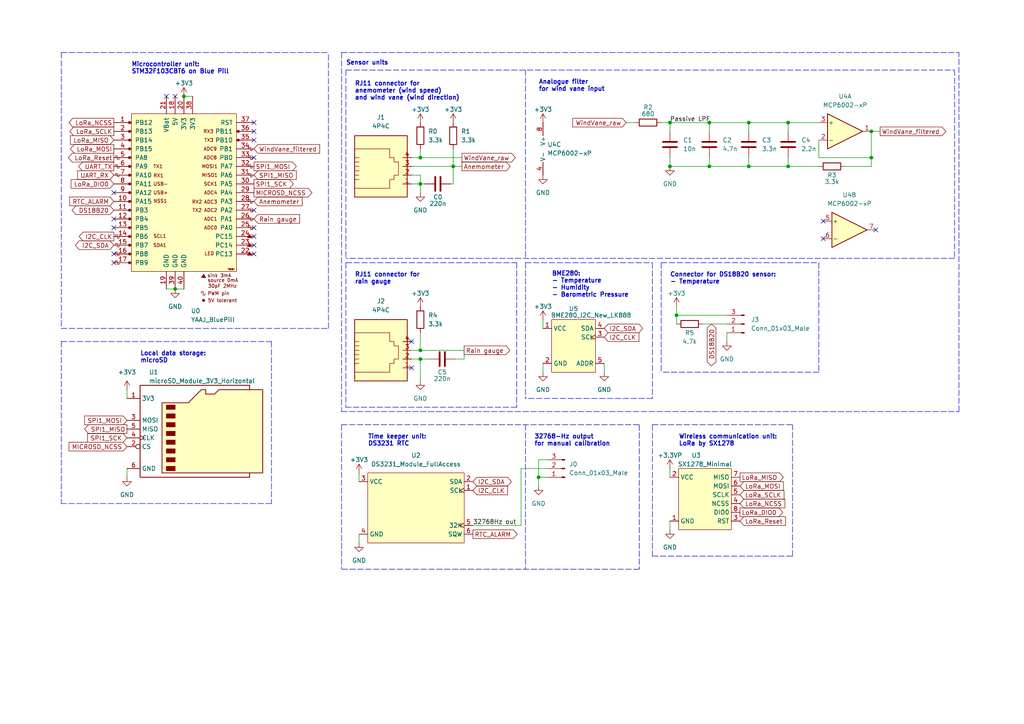
<source format=kicad_sch>
(kicad_sch (version 20211123) (generator eeschema)
  (paper "A4")
  (lib_symbols
    (symbol "Amplifier_Operational:MCP6002-xP" (pin_names (offset 0.127))
      (property "Reference" "U" (at 0 5.08 0))
      (property "Value" "MCP6002-xP" (at 0 -5.08 0))
      (symbol "MCP6002-xP_1_1"
        (polyline (pts (xy -5.08 5.08) (xy 5.08 0) (xy -5.08 -5.08) (xy -5.08 5.08)) (stroke (width 0.254)) (fill (type background)))
        (pin output line (at 7.62 0 180) (length 2.54) (name "~") (number "1"))
        (pin input line (at -7.62 -2.54 0) (length 2.54) (name "-") (number "2"))
        (pin input line (at -7.62 2.54 0) (length 2.54) (name "+") (number "3"))
      )
      (symbol "MCP6002-xP_2_1"
        (polyline (pts (xy -5.08 5.08) (xy 5.08 0) (xy -5.08 -5.08) (xy -5.08 5.08)) (stroke (width 0.254)) (fill (type background)))
        (pin input line (at -7.62 2.54 0) (length 2.54) (name "+") (number "5"))
        (pin input line (at -7.62 -2.54 0) (length 2.54) (name "-") (number "6"))
        (pin output line (at 7.62 0 180) (length 2.54) (name "~") (number "7"))
      )
      (symbol "MCP6002-xP_3_1"
        (pin power_in line (at -2.54 -7.62 90) (length 3.81) (name "V-") (number "4"))
        (pin power_in line (at -2.54 7.62 270) (length 3.81) (name "V+") (number "8"))
      )
    )
    (symbol "BME280_Module:BME280_I2C_New_LK888"
      (property "Reference" "U" (at 0 1.27 0))
      (property "Value" "BME280_I2C_New_LK888" (at 0 -1.27 0))
      (symbol "BME280_I2C_New_LK888_0_1"
        (rectangle (start -6.35 7.62) (end 6.35 -7.62) (fill (type background)))
      )
      (symbol "BME280_I2C_New_LK888_1_1"
        (pin power_in line (at -8.89 5.08 0) (length 2.54) (name "VCC") (number "1"))
        (pin power_in line (at -8.89 -5.08 0) (length 2.54) (name "GND") (number "2"))
        (pin input clock (at 8.89 2.54 180) (length 2.54) (name "SCL") (number "3"))
        (pin bidirectional line (at 8.89 5.08 180) (length 2.54) (name "SDA") (number "4"))
        (pin passive line (at 8.89 -5.08 180) (length 2.54) (name "ADDR") (number "5"))
      )
    )
    (symbol "Connector:Conn_01x03_Male" (pin_names (offset 1.016) hide)
      (property "Reference" "J" (at 0 5.08 0))
      (property "Value" "Conn_01x03_Male" (at 0 -5.08 0))
      (symbol "Conn_01x03_Male_1_1"
        (polyline (pts (xy 1.27 -2.54) (xy 0.8636 -2.54)) (stroke (width 0.1524)))
        (polyline (pts (xy 1.27 0) (xy 0.8636 0)) (stroke (width 0.1524)))
        (polyline (pts (xy 1.27 2.54) (xy 0.8636 2.54)) (stroke (width 0.1524)))
        (rectangle (start 0.8636 -2.413) (end 0 -2.667) (stroke (width 0.1524)) (fill (type outline)))
        (rectangle (start 0.8636 0.127) (end 0 -0.127) (stroke (width 0.1524)) (fill (type outline)))
        (rectangle (start 0.8636 2.667) (end 0 2.413) (stroke (width 0.1524)) (fill (type outline)))
        (pin passive line (at 5.08 2.54 180) (length 3.81) (name "Pin_1") (number "1"))
        (pin passive line (at 5.08 0 180) (length 3.81) (name "Pin_2") (number "2"))
        (pin passive line (at 5.08 -2.54 180) (length 3.81) (name "Pin_3") (number "3"))
      )
    )
    (symbol "DS3231_Module:DS3231_Module_FullAccess"
      (property "Reference" "U" (at 0 1.27 0))
      (property "Value" "DS3231_Module_FullAccess" (at 0 -1.27 0))
      (symbol "DS3231_Module_FullAccess_0_1"
        (rectangle (start -13.97 8.89) (end 13.97 -11.43) (fill (type background)))
      )
      (symbol "DS3231_Module_FullAccess_1_1"
        (pin bidirectional clock (at 16.51 3.81 180) (length 2.54) (name "SCL") (number "1"))
        (pin bidirectional line (at 16.51 6.35 180) (length 2.54) (name "SDA") (number "2"))
        (pin power_in line (at -16.51 6.35 0) (length 2.54) (name "VCC") (number "3"))
        (pin power_in line (at -16.51 -8.89 0) (length 2.54) (name "GND") (number "4"))
        (pin output clock (at 16.51 -6.35 180) (length 2.54) (name "32K") (number "5"))
        (pin output line (at 16.51 -8.89 180) (length 2.54) (name "SQW") (number "6"))
      )
    )
    (symbol "Device:C" (pin_numbers hide) (pin_names (offset 0.254))
      (property "Reference" "C" (at 0.635 2.54 0))
      (property "Value" "C" (at 0.635 -2.54 0))
      (symbol "C_0_1"
        (polyline (pts (xy -2.032 -0.762) (xy 2.032 -0.762)) (stroke (width 0.508)))
        (polyline (pts (xy -2.032 0.762) (xy 2.032 0.762)) (stroke (width 0.508)))
      )
      (symbol "C_1_1"
        (pin passive line (at 0 3.81 270) (length 2.794) (name "~") (number "1"))
        (pin passive line (at 0 -3.81 90) (length 2.794) (name "~") (number "2"))
      )
    )
    (symbol "Device:R" (pin_numbers hide) (pin_names (offset 0))
      (property "Reference" "R" (at 2.032 0 90))
      (property "Value" "R" (at 0 0 90))
      (symbol "R_0_1"
        (rectangle (start -1.016 -2.54) (end 1.016 2.54) (stroke (width 0.254)))
      )
      (symbol "R_1_1"
        (pin passive line (at 0 3.81 270) (length 1.27) (name "~") (number "1"))
        (pin passive line (at 0 -3.81 90) (length 1.27) (name "~") (number "2"))
      )
    )
    (symbol "KiCAD_STM32_BluePill:YAAJ_BluePill" (pin_names (offset 1.016))
      (property "Reference" "U" (at -13.97 24.13 0))
      (property "Value" "YAAJ_BluePill" (at 0 6.35 90))
      (symbol "YAAJ_BluePill_0_0"
        (circle (center -15.748 -20.32) (radius 0.3556) (fill (type outline)))
        (circle (center -15.748 -17.78) (radius 0.3556) (fill (type outline)))
        (circle (center -15.748 -15.24) (radius 0.3556) (fill (type outline)))
        (circle (center -15.748 -12.7) (radius 0.3556) (fill (type outline)))
        (circle (center -15.748 -10.16) (radius 0.3556) (fill (type outline)))
        (circle (center -15.748 -7.62) (radius 0.3556) (fill (type outline)))
        (circle (center -15.748 -5.08) (radius 0.3556) (fill (type outline)))
        (circle (center -15.748 -2.54) (radius 0.3556) (fill (type outline)))
        (circle (center -15.748 0) (radius 0.3556) (fill (type outline)))
        (circle (center -15.748 2.54) (radius 0.3556) (fill (type outline)))
        (circle (center -15.748 5.08) (radius 0.3556) (fill (type outline)))
        (circle (center -15.748 7.62) (radius 0.3556) (fill (type outline)))
        (circle (center -15.748 10.16) (radius 0.3556) (fill (type outline)))
        (circle (center -15.748 12.7) (radius 0.3556) (fill (type outline)))
        (circle (center -15.748 15.24) (radius 0.3556) (fill (type outline)))
        (circle (center -15.748 20.32) (radius 0.3556) (fill (type outline)))
        (polyline (pts (xy 5.08 -24.638) (xy 5.715 -23.622) (xy 6.35 -24.638) (xy 5.08 -24.638) (xy 5.715 -23.749) (xy 6.223 -24.638) (xy 5.207 -24.511) (xy 5.715 -23.876) (xy 6.096 -24.638) (xy 5.334 -24.384) (xy 5.842 -24.003) (xy 5.969 -24.638) (xy 5.461 -24.257) (xy 5.969 -24.13) (xy 5.842 -24.511) (xy 5.588 -24.257) (xy 5.842 -24.384) (xy 5.715 -24.13)))
        (polyline (pts (xy 18.415 -18.161) (xy 19.05 -17.145) (xy 19.685 -18.161) (xy 18.415 -18.161) (xy 19.05 -17.272) (xy 19.558 -18.161) (xy 18.542 -18.034) (xy 19.05 -17.399) (xy 19.431 -18.161) (xy 18.669 -17.907) (xy 19.177 -17.526) (xy 19.304 -18.161) (xy 18.796 -17.78) (xy 19.304 -17.653) (xy 19.177 -18.034) (xy 18.923 -17.78) (xy 19.177 -17.907) (xy 19.05 -17.653)))
        (polyline (pts (xy 18.415 -15.621) (xy 19.05 -14.605) (xy 19.685 -15.621) (xy 18.415 -15.621) (xy 19.05 -14.732) (xy 19.558 -15.621) (xy 18.542 -15.494) (xy 19.05 -14.859) (xy 19.431 -15.621) (xy 18.669 -15.367) (xy 19.177 -14.986) (xy 19.304 -15.621) (xy 18.796 -15.24) (xy 19.304 -15.113) (xy 19.177 -15.494) (xy 18.923 -15.24) (xy 19.177 -15.367) (xy 19.05 -15.113)))
        (polyline (pts (xy 18.415 -13.081) (xy 19.05 -12.065) (xy 19.685 -13.081) (xy 18.415 -13.081) (xy 19.05 -12.192) (xy 19.558 -13.081) (xy 18.542 -12.954) (xy 19.05 -12.319) (xy 19.431 -13.081) (xy 18.669 -12.827) (xy 19.177 -12.446) (xy 19.304 -13.081) (xy 18.796 -12.7) (xy 19.304 -12.573) (xy 19.177 -12.954) (xy 18.923 -12.7) (xy 19.177 -12.827) (xy 19.05 -12.573)))
        (circle (center 5.715 -31.242) (radius 0.127) (fill (type outline)))
        (circle (center 5.715 -31.242) (radius 0.254))
        (circle (center 5.715 -31.242) (radius 0.3556))
        (circle (center 15.748 15.24) (radius 0.254) (fill (type outline)))
        (circle (center 15.748 15.24) (radius 0.3556))
        (circle (center 15.748 17.78) (radius 0.254) (fill (type outline)))
        (circle (center 15.748 17.78) (radius 0.3556))
        (text "30pF 2MHz" (at 11.176 -27.051 0) (effects (font (size 0.9906 0.9906))))
        (text "5V tolerant" (at 11.176 -31.242 0) (effects (font (size 0.9906 0.9906))))
        (text "ADC0" (at 7.747 -10.16 0) (effects (font (size 0.9906 0.9906))))
        (text "ADC1" (at 7.747 -7.62 0) (effects (font (size 0.9906 0.9906))))
        (text "ADC2" (at 7.747 -5.08 0) (effects (font (size 0.9906 0.9906))))
        (text "ADC3" (at 7.747 -2.667 0) (effects (font (size 0.9906 0.9906))))
        (text "ADC4" (at 7.747 0 0) (effects (font (size 0.9906 0.9906))))
        (text "ADC8" (at 7.62 10.16 0) (effects (font (size 0.9906 0.9906))))
        (text "ADC9" (at 7.62 12.7 0) (effects (font (size 0.9906 0.9906))))
        (text "LED" (at 7.366 -17.653 0) (effects (font (size 0.9906 0.9906))))
        (text "MISO1" (at 7.493 5.08 0) (effects (font (size 0.9906 0.9906))))
        (text "MOSI1" (at 7.493 7.62 0) (effects (font (size 0.9906 0.9906))))
        (text "NSS1" (at -6.858 -2.413 0) (effects (font (size 0.9906 0.9906))))
        (text "PWM pin" (at 10.033 -29.21 0) (effects (font (size 0.9906 0.9906))))
        (text "RX1" (at -7.366 4.953 0) (effects (font (size 0.9906 0.9906))))
        (text "RX2" (at 3.81 -2.667 0) (effects (font (size 0.9906 0.9906))))
        (text "RX3" (at 7.112 17.78 0) (effects (font (size 0.9906 0.9906))))
        (text "SCK1" (at 7.747 2.54 0) (effects (font (size 0.9906 0.9906))))
        (text "SCL1" (at -6.985 -12.573 0) (effects (font (size 0.9906 0.9906))))
        (text "SDA1" (at -6.985 -15.24 0) (effects (font (size 0.9906 0.9906))))
        (text "sink 3mA" (at 10.287 -24.003 0) (effects (font (size 0.9906 0.9906))))
        (text "source 0mA" (at 11.303 -25.4 0) (effects (font (size 0.9906 0.9906))))
        (text "TX1" (at -7.493 7.62 0) (effects (font (size 0.9906 0.9906))))
        (text "TX2" (at 3.81 -5.08 0) (effects (font (size 0.9906 0.9906))))
        (text "TX3" (at 7.239 15.24 0) (effects (font (size 0.9906 0.9906))))
        (text "USB+" (at -6.731 0 0) (effects (font (size 0.9906 0.9906))))
        (text "USB-" (at -6.731 2.54 0) (effects (font (size 0.9906 0.9906))))
        (text "Y@@J" (at 13.6906 -22.1488 0) (effects (font (size 0.508 0.508))))
      )
      (symbol "YAAJ_BluePill_0_1"
        (rectangle (start -15.24 22.86) (end 15.24 -22.86) (fill (type background)))
        (polyline (pts (xy -18.796 -20.32) (xy -18.796 -20.828) (xy -19.304 -20.828) (xy -19.304 -19.812) (xy -19.812 -19.812) (xy -19.812 -20.32)))
        (polyline (pts (xy -18.796 -17.78) (xy -18.796 -18.288) (xy -19.304 -18.288) (xy -19.304 -17.272) (xy -19.812 -17.272) (xy -19.812 -17.78)))
        (polyline (pts (xy -18.796 -15.24) (xy -18.796 -15.748) (xy -19.304 -15.748) (xy -19.304 -14.732) (xy -19.812 -14.732) (xy -19.812 -15.24)))
        (polyline (pts (xy -18.796 -12.7) (xy -18.796 -13.208) (xy -19.304 -13.208) (xy -19.304 -12.192) (xy -19.812 -12.192) (xy -19.812 -12.7)))
        (polyline (pts (xy -18.796 5.08) (xy -18.796 4.572) (xy -19.304 4.572) (xy -19.304 5.588) (xy -19.812 5.588) (xy -19.812 5.08)))
        (polyline (pts (xy -18.796 7.62) (xy -18.796 7.112) (xy -19.304 7.112) (xy -19.304 8.128) (xy -19.812 8.128) (xy -19.812 7.62)))
        (polyline (pts (xy -18.796 10.16) (xy -18.796 9.652) (xy -19.304 9.652) (xy -19.304 10.668) (xy -19.812 10.668) (xy -19.812 10.16)))
        (polyline (pts (xy 6.096 -29.21) (xy 6.096 -29.718) (xy 5.588 -29.718) (xy 5.588 -28.702) (xy 5.08 -28.702) (xy 5.08 -29.21)))
        (polyline (pts (xy 19.812 -10.16) (xy 19.812 -10.668) (xy 19.304 -10.668) (xy 19.304 -9.652) (xy 18.796 -9.652) (xy 18.796 -10.16)))
        (polyline (pts (xy 19.812 -7.62) (xy 19.812 -8.128) (xy 19.304 -8.128) (xy 19.304 -7.112) (xy 18.796 -7.112) (xy 18.796 -7.62)))
        (polyline (pts (xy 19.812 -5.08) (xy 19.812 -5.588) (xy 19.304 -5.588) (xy 19.304 -4.572) (xy 18.796 -4.572) (xy 18.796 -5.08)))
        (polyline (pts (xy 19.812 -2.54) (xy 19.812 -3.048) (xy 19.304 -3.048) (xy 19.304 -2.032) (xy 18.796 -2.032) (xy 18.796 -2.54)))
        (polyline (pts (xy 19.812 5.08) (xy 19.812 4.572) (xy 19.304 4.572) (xy 19.304 5.588) (xy 18.796 5.588) (xy 18.796 5.08)))
        (polyline (pts (xy 19.812 7.62) (xy 19.812 7.112) (xy 19.304 7.112) (xy 19.304 8.128) (xy 18.796 8.128) (xy 18.796 7.62)))
        (polyline (pts (xy 19.812 10.16) (xy 19.812 9.652) (xy 19.304 9.652) (xy 19.304 10.668) (xy 18.796 10.668) (xy 18.796 10.16)))
        (polyline (pts (xy 19.812 12.7) (xy 19.812 12.192) (xy 19.304 12.192) (xy 19.304 13.208) (xy 18.796 13.208) (xy 18.796 12.7)))
      )
      (symbol "YAAJ_BluePill_1_1"
        (circle (center -15.748 17.78) (radius 0.3556) (fill (type outline)))
        (pin bidirectional line (at -20.32 20.32 0) (length 5.08) (name "PB12") (number "1"))
        (pin bidirectional line (at -20.32 -2.54 0) (length 5.08) (name "PA15") (number "10"))
        (pin bidirectional line (at -20.32 -5.08 0) (length 5.08) (name "PB3") (number "11"))
        (pin bidirectional line (at -20.32 -7.62 0) (length 5.08) (name "PB4") (number "12"))
        (pin bidirectional line (at -20.32 -10.16 0) (length 5.08) (name "PB5") (number "13"))
        (pin bidirectional line (at -20.32 -12.7 0) (length 5.08) (name "PB6") (number "14"))
        (pin bidirectional line (at -20.32 -15.24 0) (length 5.08) (name "PB7") (number "15"))
        (pin bidirectional line (at -20.32 -17.78 0) (length 5.08) (name "PB8") (number "16"))
        (pin bidirectional line (at -20.32 -20.32 0) (length 5.08) (name "PB9") (number "17"))
        (pin power_in line (at -2.54 27.94 270) (length 5.08) (name "5V") (number "18"))
        (pin power_in line (at -5.08 -27.94 90) (length 5.08) (name "GND") (number "19"))
        (pin bidirectional line (at -20.32 17.78 0) (length 5.08) (name "PB13") (number "2"))
        (pin power_in line (at 0 27.94 270) (length 5.08) (name "3V3") (number "20"))
        (pin power_in line (at -5.08 27.94 270) (length 5.08) (name "VBat") (number "21"))
        (pin bidirectional line (at 20.32 -17.78 180) (length 5.08) (name "PC13") (number "22"))
        (pin bidirectional line (at 20.32 -15.24 180) (length 5.08) (name "PC14") (number "23"))
        (pin bidirectional line (at 20.32 -12.7 180) (length 5.08) (name "PC15") (number "24"))
        (pin bidirectional line (at 20.32 -10.16 180) (length 5.08) (name "PA0") (number "25"))
        (pin bidirectional line (at 20.32 -7.62 180) (length 5.08) (name "PA1") (number "26"))
        (pin bidirectional line (at 20.32 -5.08 180) (length 5.08) (name "PA2") (number "27"))
        (pin bidirectional line (at 20.32 -2.54 180) (length 5.08) (name "PA3") (number "28"))
        (pin bidirectional line (at 20.32 0 180) (length 5.08) (name "PA4") (number "29"))
        (pin bidirectional line (at -20.32 15.24 0) (length 5.08) (name "PB14") (number "3"))
        (pin bidirectional line (at 20.32 2.54 180) (length 5.08) (name "PA5") (number "30"))
        (pin bidirectional line (at 20.32 5.08 180) (length 5.08) (name "PA6") (number "31"))
        (pin bidirectional line (at 20.32 7.62 180) (length 5.08) (name "PA7") (number "32"))
        (pin bidirectional line (at 20.32 10.16 180) (length 5.08) (name "PB0") (number "33"))
        (pin bidirectional line (at 20.32 12.7 180) (length 5.08) (name "PB1") (number "34"))
        (pin bidirectional line (at 20.32 15.24 180) (length 5.08) (name "PB10") (number "35"))
        (pin bidirectional line (at 20.32 17.78 180) (length 5.08) (name "PB11") (number "36"))
        (pin input line (at 20.32 20.32 180) (length 5.08) (name "RST") (number "37"))
        (pin power_in line (at 2.54 27.94 270) (length 5.08) (name "3V3") (number "38"))
        (pin power_in line (at -2.54 -27.94 90) (length 5.08) (name "GND") (number "39"))
        (pin bidirectional line (at -20.32 12.7 0) (length 5.08) (name "PB15") (number "4"))
        (pin power_in line (at 0 -27.94 90) (length 5.08) (name "GND") (number "40"))
        (pin bidirectional line (at -20.32 10.16 0) (length 5.08) (name "PA8") (number "5"))
        (pin bidirectional line (at -20.32 7.62 0) (length 5.08) (name "PA9") (number "6"))
        (pin bidirectional line (at -20.32 5.08 0) (length 5.08) (name "PA10") (number "7"))
        (pin bidirectional line (at -20.32 2.54 0) (length 5.08) (name "PA11") (number "8"))
        (pin bidirectional line (at -20.32 0 0) (length 5.08) (name "PA12") (number "9"))
      )
    )
    (symbol "RJ11-Connectors:4P4C"
      (property "Reference" "J" (at 0 0 0))
      (property "Value" "4P4C" (at 6.35 10.16 0))
      (symbol "4P4C_0_1"
        (polyline (pts (xy -6.35 -3.81) (xy -5.08 -3.81) (xy -5.08 -3.81)))
        (polyline (pts (xy -6.35 -2.54) (xy -5.08 -2.54) (xy -5.08 -2.54)))
        (polyline (pts (xy -6.35 -1.27) (xy -5.08 -1.27) (xy -5.08 -1.27)))
        (polyline (pts (xy -6.35 0) (xy -5.08 0) (xy -5.08 0)))
        (polyline (pts (xy -6.35 1.27) (xy -5.08 1.27) (xy -5.08 1.27)))
        (polyline (pts (xy -5.08 2.54) (xy -6.35 2.54) (xy -6.35 2.54)))
        (polyline (pts (xy -6.35 -6.35) (xy -6.35 5.08) (xy 3.81 5.08) (xy 3.81 2.54) (xy 5.08 2.54) (xy 5.08 1.27) (xy 6.35 1.27) (xy 6.35 -2.54) (xy 5.08 -2.54) (xy 5.08 -3.81) (xy 3.81 -3.81) (xy 3.81 -6.35) (xy -6.35 -6.35) (xy -6.35 -6.35)))
        (rectangle (start 8.89 8.89) (end -6.35 -8.89) (stroke (width 0.254)) (fill (type background)))
      )
      (symbol "4P4C_1_1"
        (pin passive line (at 10.16 -5.08 180) (length 2.54) (name "~") (number "1"))
        (pin passive line (at 10.16 -2.54 180) (length 2.54) (name "~") (number "2"))
        (pin passive line (at 10.16 0 180) (length 2.54) (name "") (number "3"))
        (pin passive line (at 10.16 2.54 180) (length 2.54) (name "") (number "4"))
      )
    )
    (symbol "SX1278_Module:SX1278_Minimal"
      (property "Reference" "U" (at 0 11.43 0))
      (property "Value" "SX1278_Minimal" (at 0 -11.43 0))
      (symbol "SX1278_Minimal_0_1"
        (rectangle (start -7.62 8.89) (end 7.62 -8.89) (fill (type background)))
      )
      (symbol "SX1278_Minimal_1_1"
        (pin power_in line (at -10.16 -6.35 0) (length 2.54) (name "GND") (number "1"))
        (pin power_in line (at -10.16 6.35 0) (length 2.54) (name "VCC") (number "2"))
        (pin input line (at 10.16 -6.35 180) (length 2.54) (name "RST") (number "3"))
        (pin input line (at 10.16 -1.27 180) (length 2.54) (name "NCSS") (number "4"))
        (pin input line (at 10.16 1.27 180) (length 2.54) (name "SCLK") (number "5"))
        (pin input line (at 10.16 3.81 180) (length 2.54) (name "MOSI") (number "6"))
        (pin output line (at 10.16 6.35 180) (length 2.54) (name "MISO") (number "7"))
        (pin output line (at 10.16 -3.81 180) (length 2.54) (name "DIO0") (number "8"))
      )
    )
    (symbol "microSD_Module:microSD_Module_3V3_Horizontal"
      (property "Reference" "U" (at 0 17.78 0))
      (property "Value" "microSD_Module_3V3_Horizontal" (at 0 15.24 0))
      (symbol "microSD_Module_3V3_Horizontal_0_1"
        (rectangle (start -10.16 -9.525) (end -7.62 -10.795) (fill (type outline)))
        (rectangle (start -10.16 -6.985) (end -7.62 -8.255) (fill (type outline)))
        (rectangle (start -10.16 -4.445) (end -7.62 -5.715) (fill (type outline)))
        (rectangle (start -10.16 -1.905) (end -7.62 -3.175) (fill (type outline)))
        (rectangle (start -10.16 0.635) (end -7.62 -0.635) (fill (type outline)))
        (rectangle (start -10.16 3.175) (end -7.62 1.905) (fill (type outline)))
        (rectangle (start -10.16 5.715) (end -7.62 4.445) (fill (type outline)))
        (rectangle (start -10.16 8.255) (end -7.62 6.985) (fill (type outline)))
        (polyline (pts (xy 13.97 12.7) (xy 13.97 13.97) (xy -17.78 13.97) (xy -17.78 -12.7) (xy 13.97 -12.7) (xy 13.97 -11.43)) (stroke (width 0.254)))
        (polyline (pts (xy -11.43 -11.43) (xy -11.43 8.89) (xy -3.81 8.89) (xy 0 12.7) (xy 1.27 12.7) (xy 1.27 11.43) (xy 3.81 11.43) (xy 5.08 12.7) (xy 17.78 12.7) (xy 17.78 -11.43) (xy -11.43 -11.43)) (stroke (width 0.254)) (fill (type background)))
      )
      (symbol "microSD_Module_3V3_Horizontal_1_1"
        (pin power_in line (at -21.59 10.16 0) (length 3.81) (name "3V3") (number "1"))
        (pin input inverted (at -21.59 -3.81 0) (length 3.81) (name "CS") (number "2"))
        (pin input line (at -21.59 3.81 0) (length 3.81) (name "MOSI") (number "3"))
        (pin input clock (at -21.59 -1.27 0) (length 3.81) (name "CLK") (number "4"))
        (pin output line (at -21.59 1.27 0) (length 3.81) (name "MISO") (number "5"))
        (pin passive line (at -21.59 -10.16 0) (length 3.81) (name "GND") (number "6"))
      )
    )
    (symbol "power:+3.3VP" (power) (pin_names (offset 0))
      (property "Value" "+3.3VP" (at 0 2.54 0))
      (symbol "+3.3VP_0_0"
        (pin power_in line (at 0 0 90) (length 0) hide (name "+3.3VP") (number "1"))
      )
      (symbol "+3.3VP_0_1"
        (polyline (pts (xy -0.762 1.27) (xy 0 2.54)))
        (polyline (pts (xy 0 0) (xy 0 2.54)))
        (polyline (pts (xy 0 2.54) (xy 0.762 1.27)))
      )
    )
    (symbol "power:+3V3" (power) (pin_names (offset 0))
      (property "Value" "+3V3" (at 0 3.556 0))
      (symbol "+3V3_0_1"
        (polyline (pts (xy -0.762 1.27) (xy 0 2.54)))
        (polyline (pts (xy 0 0) (xy 0 2.54)))
        (polyline (pts (xy 0 2.54) (xy 0.762 1.27)))
      )
      (symbol "+3V3_1_1"
        (pin power_in line (at 0 0 90) (length 0) hide (name "+3V3") (number "1"))
      )
    )
    (symbol "power:GND" (power) (pin_names (offset 0))
      (property "Value" "GND" (at 0 -3.81 0))
      (symbol "GND_0_1"
        (polyline (pts (xy 0 0) (xy 0 -1.27) (xy 1.27 -1.27) (xy 0 -2.54) (xy -1.27 -1.27) (xy 0 -1.27)))
      )
      (symbol "GND_1_1"
        (pin power_in line (at 0 0 270) (length 0) hide (name "GND") (number "1"))
      )
    )
  )
  (junction (at 205.74 48.26))
  (junction (at 50.8 83.82))
  (junction (at 121.92 104.14))
  (junction (at 131.445 48.26))
  (junction (at 53.34 27.94))
  (junction (at 196.215 91.44))
  (junction (at 205.74 35.56))
  (junction (at 228.6 35.56))
  (junction (at 121.92 45.72))
  (junction (at 194.31 48.26))
  (junction (at 252.73 45.72))
  (junction (at 252.73 38.1))
  (junction (at 156.21 138.43))
  (junction (at 194.31 35.56))
  (junction (at 228.6 48.26))
  (junction (at 121.92 53.34))
  (junction (at 217.17 35.56))
  (junction (at 121.92 101.6))
  (junction (at 217.17 48.26))
  (no_connect (at 119.38 106.68))
  (no_connect (at 119.38 99.06))
  (no_connect (at 254 66.675))
  (no_connect (at 238.76 64.135))
  (no_connect (at 238.76 69.215))
  (no_connect (at 50.8 27.94))
  (no_connect (at 48.26 27.94))
  (no_connect (at 73.66 40.64))
  (no_connect (at 73.66 45.72))
  (no_connect (at 73.66 35.56))
  (no_connect (at 73.66 38.1))
  (no_connect (at 33.02 63.5))
  (no_connect (at 33.02 55.88))
  (no_connect (at 73.66 60.96))
  (no_connect (at 73.66 73.66))
  (no_connect (at 73.66 71.12))
  (no_connect (at 73.66 68.58))
  (no_connect (at 73.66 66.04))
  (no_connect (at 33.02 66.04))
  (no_connect (at 33.02 73.66))
  (no_connect (at 33.02 76.2))
  (polyline (pts (xy 78.74 146.05) (xy 17.78 146.05)))
  (polyline (pts (xy 276.86 74.93) (xy 100.33 74.93)))
  (polyline (pts (xy 100.33 20.32) (xy 100.33 74.93)))
  (polyline (pts (xy 17.78 99.06) (xy 78.74 99.06)))
  (polyline (pts (xy 95.25 95.25) (xy 95.25 15.24)))
  (wire (pts (xy 119.38 104.14) (xy 121.92 104.14)))
  (wire (pts (xy 137.16 152.4) (xy 151.13 152.4)))
  (polyline (pts (xy 189.23 115.57) (xy 152.4 115.57)))
  (wire (pts (xy 121.92 45.72) (xy 133.985 45.72)))
  (wire (pts (xy 104.14 137.16) (xy 104.14 139.7)))
  (polyline (pts (xy 17.78 95.25) (xy 95.25 95.25)))
  (wire (pts (xy 191.77 35.56) (xy 194.31 35.56)))
  (wire (pts (xy 104.14 154.94) (xy 104.14 157.48)))
  (wire (pts (xy 131.445 48.26) (xy 119.38 48.26)))
  (polyline (pts (xy 185.42 165.1) (xy 99.06 165.1)))
  (wire (pts (xy 252.73 45.72) (xy 252.73 48.26)))
  (wire (pts (xy 36.83 135.89) (xy 36.83 138.43)))
  (wire (pts (xy 228.6 35.56) (xy 217.17 35.56)))
  (polyline (pts (xy 237.49 76.2) (xy 237.49 107.95)))
  (wire (pts (xy 119.38 50.8) (xy 121.92 50.8)))
  (wire (pts (xy 151.13 135.89) (xy 158.75 135.89)))
  (wire (pts (xy 196.215 91.44) (xy 196.215 88.9)))
  (wire (pts (xy 131.445 43.18) (xy 131.445 48.26)))
  (wire (pts (xy 124.46 104.14) (xy 121.92 104.14)))
  (polyline (pts (xy 100.33 76.2) (xy 100.33 118.11)))
  (wire (pts (xy 50.8 83.82) (xy 53.34 83.82)))
  (polyline (pts (xy 17.78 15.24) (xy 17.78 95.25)))
  (wire (pts (xy 252.73 48.26) (xy 245.11 48.26)))
  (polyline (pts (xy 99.06 123.19) (xy 99.06 165.1)))
  (wire (pts (xy 203.835 93.98) (xy 210.82 93.98)))
  (wire (pts (xy 194.31 48.26) (xy 194.31 45.72)))
  (wire (pts (xy 194.31 35.56) (xy 205.74 35.56)))
  (wire (pts (xy 53.34 27.94) (xy 55.88 27.94)))
  (wire (pts (xy 194.31 135.89) (xy 194.31 138.43)))
  (wire (pts (xy 158.75 133.35) (xy 156.21 133.35)))
  (polyline (pts (xy 278.13 119.38) (xy 278.13 15.24)))
  (wire (pts (xy 121.92 101.6) (xy 119.38 101.6)))
  (wire (pts (xy 48.26 83.82) (xy 50.8 83.82)))
  (polyline (pts (xy 100.33 20.32) (xy 276.86 20.32)))
  (polyline (pts (xy 189.23 123.19) (xy 189.23 161.29)))
  (wire (pts (xy 157.48 105.41) (xy 157.48 107.95)))
  (wire (pts (xy 156.21 138.43) (xy 158.75 138.43)))
  (wire (pts (xy 196.215 91.44) (xy 196.215 93.98)))
  (wire (pts (xy 175.26 105.41) (xy 175.26 107.95)))
  (wire (pts (xy 121.92 45.72) (xy 121.92 43.18)))
  (wire (pts (xy 252.73 45.72) (xy 252.73 38.1)))
  (wire (pts (xy 134.62 104.14) (xy 134.62 101.6)))
  (wire (pts (xy 205.74 48.26) (xy 205.74 45.72)))
  (polyline (pts (xy 17.78 99.06) (xy 17.78 146.05)))
  (polyline (pts (xy 100.33 76.2) (xy 149.86 76.2)))
  (wire (pts (xy 119.38 53.34) (xy 121.92 53.34)))
  (wire (pts (xy 156.21 138.43) (xy 156.21 140.97)))
  (polyline (pts (xy 276.86 20.32) (xy 276.86 74.93)))
  (wire (pts (xy 132.08 104.14) (xy 134.62 104.14)))
  (wire (pts (xy 210.82 96.52) (xy 210.82 99.06)))
  (wire (pts (xy 228.6 48.26) (xy 237.49 48.26)))
  (wire (pts (xy 217.17 48.26) (xy 228.6 48.26)))
  (polyline (pts (xy 152.4 76.2) (xy 189.23 76.2)))
  (wire (pts (xy 121.92 96.52) (xy 121.92 101.6)))
  (wire (pts (xy 131.445 48.26) (xy 133.985 48.26)))
  (polyline (pts (xy 152.4 123.19) (xy 152.4 165.1)))
  (wire (pts (xy 210.82 91.44) (xy 196.215 91.44)))
  (polyline (pts (xy 189.23 161.29) (xy 229.87 161.29)))
  (wire (pts (xy 181.61 35.56) (xy 184.15 35.56)))
  (polyline (pts (xy 99.06 15.24) (xy 278.13 15.24)))
  (wire (pts (xy 121.92 50.8) (xy 121.92 53.34)))
  (polyline (pts (xy 185.42 123.19) (xy 185.42 165.1)))
  (polyline (pts (xy 152.4 76.2) (xy 152.4 115.57)))
  (wire (pts (xy 237.49 40.64) (xy 237.49 45.72)))
  (wire (pts (xy 237.49 45.72) (xy 252.73 45.72)))
  (wire (pts (xy 205.74 38.1) (xy 205.74 35.56)))
  (wire (pts (xy 130.81 53.34) (xy 131.445 53.34)))
  (wire (pts (xy 228.6 38.1) (xy 228.6 35.56)))
  (wire (pts (xy 205.74 48.26) (xy 217.17 48.26)))
  (polyline (pts (xy 149.86 76.2) (xy 149.86 118.11)))
  (polyline (pts (xy 149.86 118.11) (xy 100.33 118.11)))
  (wire (pts (xy 119.38 45.72) (xy 121.92 45.72)))
  (wire (pts (xy 194.31 35.56) (xy 194.31 38.1)))
  (wire (pts (xy 151.13 152.4) (xy 151.13 135.89)))
  (polyline (pts (xy 78.74 99.06) (xy 78.74 146.05)))
  (polyline (pts (xy 237.49 107.95) (xy 191.77 107.95)))
  (wire (pts (xy 157.48 92.71) (xy 157.48 95.25)))
  (wire (pts (xy 121.92 53.34) (xy 123.19 53.34)))
  (wire (pts (xy 36.83 113.03) (xy 36.83 115.57)))
  (wire (pts (xy 156.21 133.35) (xy 156.21 138.43)))
  (polyline (pts (xy 99.06 123.19) (xy 185.42 123.19)))
  (wire (pts (xy 228.6 48.26) (xy 228.6 45.72)))
  (wire (pts (xy 217.17 35.56) (xy 205.74 35.56)))
  (wire (pts (xy 217.17 38.1) (xy 217.17 35.56)))
  (polyline (pts (xy 152.4 20.32) (xy 152.4 74.93)))
  (polyline (pts (xy 189.23 123.19) (xy 229.87 123.19)))
  (polyline (pts (xy 191.77 76.2) (xy 237.49 76.2)))
  (wire (pts (xy 194.31 151.13) (xy 194.31 153.67)))
  (wire (pts (xy 194.31 48.26) (xy 205.74 48.26)))
  (wire (pts (xy 121.92 101.6) (xy 134.62 101.6)))
  (polyline (pts (xy 99.06 119.38) (xy 278.13 119.38)))
  (polyline (pts (xy 189.23 76.2) (xy 189.23 115.57)))
  (polyline (pts (xy 229.87 161.29) (xy 229.87 123.19)))
  (polyline (pts (xy 99.06 15.24) (xy 99.06 119.38)))
  (wire (pts (xy 228.6 35.56) (xy 237.49 35.56)))
  (polyline (pts (xy 17.78 15.24) (xy 95.25 15.24)))
  (polyline (pts (xy 191.77 76.2) (xy 191.77 107.95)))
  (wire (pts (xy 121.92 53.34) (xy 121.92 55.88)))
  (wire (pts (xy 217.17 48.26) (xy 217.17 45.72)))
  (wire (pts (xy 252.73 38.1) (xy 255.27 38.1)))
  (wire (pts (xy 121.92 104.14) (xy 121.92 110.49)))
  (wire (pts (xy 131.445 53.34) (xy 131.445 48.26)))
  (text "Wireless communication unit:\nLoRa by SX1278" (at 196.85 129.54 0) (effects (font (size 1.27 1.27) (thickness 0.254) bold) (justify left bottom)))
  (text "Sensor units" (at 100.33 19.05 0) (effects (font (size 1.27 1.27) (thickness 0.254) bold) (justify left bottom)))
  (text "32768-Hz output\nfor manual calibration" (at 154.94 129.54 0) (effects (font (size 1.27 1.27) bold) (justify left bottom)))
  (text "Microcontroller unit:\nSTM32F103CBT6 on Blue Pill" (at 38.1 21.59 0) (effects (font (size 1.27 1.27) (thickness 0.254) bold) (justify left bottom)))
  (text "RJ11 connector for \nrain gauge" (at 102.87 82.55 0) (effects (font (size 1.27 1.27) (thickness 0.254) bold) (justify left bottom)))
  (text "Analogue filter\nfor wind vane input" (at 156.21 26.67 0) (effects (font (size 1.27 1.27) (thickness 0.254) bold) (justify left bottom)))
  (text "RJ11 connector for \nanemometer (wind speed)\nand wind vane (wind direction)" (at 102.87 29.21 0) (effects (font (size 1.27 1.27) (thickness 0.254) bold) (justify left bottom)))
  (text "BME280: \n- Temperature \n- Humidity \n- Barometric Pressure" (at 160.02 86.36 0) (effects (font (size 1.27 1.27) (thickness 0.254) bold) (justify left bottom)))
  (text "Connector for DS18B20 sensor:\n- Temperature" (at 194.31 82.55 0) (effects (font (size 1.27 1.27) (thickness 0.254) bold) (justify left bottom)))
  (text "Time keeper unit:\nDS3231 RTC" (at 106.68 129.54 0) (effects (font (size 1.27 1.27) bold) (justify left bottom)))
  (text "Local data storage:\nmicroSD" (at 40.64 105.41 0) (effects (font (size 1.27 1.27) bold) (justify left bottom)))
  (label "32768Hz out" (at 137.16 152.4 0))
  (label "Passive LPF" (at 194.31 35.56 0))
  (global_label "Anemometer" (shape input) (at 73.66 58.42 0) (property "Intersheet References" "${INTERSHEET_REFS}" (effects hide)))
  (global_label "Rain gauge" (shape input) (at 73.66 63.5 0) (property "Intersheet References" "${INTERSHEET_REFS}" (effects hide)))
  (global_label "SPI1_SCK" (shape input) (at 36.83 127 180) (property "Intersheet References" "${INTERSHEET_REFS}" (effects hide)))
  (global_label "DS18B20" (shape bidirectional) (at 33.02 60.96 180) (property "Intersheet References" "${INTERSHEET_REFS}" (effects hide)))
  (global_label "LoRa_NCSS" (shape output) (at 33.02 35.56 180) (property "Intersheet References" "${INTERSHEET_REFS}" (effects hide)))
  (global_label "SPI1_MISO" (shape input) (at 73.66 50.8 0) (property "Intersheet References" "${INTERSHEET_REFS}" (effects hide)))
  (global_label "LoRa_SCLK" (shape output) (at 33.02 38.1 180) (property "Intersheet References" "${INTERSHEET_REFS}" (effects hide)))
  (global_label "Anemometer" (shape output) (at 133.985 48.26 0) (property "Intersheet References" "${INTERSHEET_REFS}" (effects hide)))
  (global_label "SPI1_MOSI" (shape output) (at 73.66 48.26 0) (property "Intersheet References" "${INTERSHEET_REFS}" (effects hide)))
  (global_label "SPI1_SCK" (shape output) (at 73.66 53.34 0) (property "Intersheet References" "${INTERSHEET_REFS}" (effects hide)))
  (global_label "LoRa_MISO" (shape input) (at 33.02 40.64 180) (property "Intersheet References" "${INTERSHEET_REFS}" (effects hide)))
  (global_label "UART_RX" (shape input) (at 33.02 50.8 180) (property "Intersheet References" "${INTERSHEET_REFS}" (effects hide)))
  (global_label "Rain gauge" (shape output) (at 134.62 101.6 0) (property "Intersheet References" "${INTERSHEET_REFS}" (effects hide)))
  (global_label "UART_TX" (shape output) (at 33.02 48.26 180) (property "Intersheet References" "${INTERSHEET_REFS}" (effects hide)))
  (global_label "I2C_SDA" (shape bidirectional) (at 137.16 139.7 0) (property "Intersheet References" "${INTERSHEET_REFS}" (effects hide)))
  (global_label "I2C_SDA" (shape bidirectional) (at 33.02 71.12 180) (property "Intersheet References" "${INTERSHEET_REFS}" (effects hide)))
  (global_label "DS18B20" (shape bidirectional) (at 206.375 93.98 270) (property "Intersheet References" "${INTERSHEET_REFS}" (effects hide)))
  (global_label "MICROSD_NCSS" (shape output) (at 73.66 55.88 0) (property "Intersheet References" "${INTERSHEET_REFS}" (effects hide)))
  (global_label "MICROSD_NCSS" (shape input) (at 36.83 129.54 180) (property "Intersheet References" "${INTERSHEET_REFS}" (effects hide)))
  (global_label "LoRa_MOSI" (shape input) (at 214.63 140.97 0) (property "Intersheet References" "${INTERSHEET_REFS}" (effects hide)))
  (global_label "LoRa_MISO" (shape output) (at 214.63 138.43 0) (property "Intersheet References" "${INTERSHEET_REFS}" (effects hide)))
  (global_label "WindVane_filtered" (shape output) (at 255.27 38.1 0) (property "Intersheet References" "${INTERSHEET_REFS}" (effects hide)))
  (global_label "I2C_CLK" (shape output) (at 33.02 68.58 180) (property "Intersheet References" "${INTERSHEET_REFS}" (effects hide)))
  (global_label "I2C_SDA" (shape bidirectional) (at 175.26 95.25 0) (property "Intersheet References" "${INTERSHEET_REFS}" (effects hide)))
  (global_label "LoRa_Reset" (shape input) (at 214.63 151.13 0) (property "Intersheet References" "${INTERSHEET_REFS}" (effects hide)))
  (global_label "I2C_CLK" (shape input) (at 175.26 97.79 0) (property "Intersheet References" "${INTERSHEET_REFS}" (effects hide)))
  (global_label "WindVane_raw" (shape input) (at 181.61 35.56 180) (property "Intersheet References" "${INTERSHEET_REFS}" (effects hide)))
  (global_label "LoRa_MOSI" (shape output) (at 33.02 43.18 180) (property "Intersheet References" "${INTERSHEET_REFS}" (effects hide)))
  (global_label "WindVane_filtered" (shape input) (at 73.66 43.18 0) (property "Intersheet References" "${INTERSHEET_REFS}" (effects hide)))
  (global_label "RTC_ALARM" (shape input) (at 33.02 58.42 180) (property "Intersheet References" "${INTERSHEET_REFS}" (effects hide)))
  (global_label "RTC_ALARM" (shape output) (at 137.16 154.94 0) (property "Intersheet References" "${INTERSHEET_REFS}" (effects hide)))
  (global_label "LoRa_DIO0" (shape input) (at 33.02 53.34 180) (property "Intersheet References" "${INTERSHEET_REFS}" (effects hide)))
  (global_label "LoRa_NCSS" (shape input) (at 214.63 146.05 0) (property "Intersheet References" "${INTERSHEET_REFS}" (effects hide)))
  (global_label "LoRa_DIO0" (shape output) (at 214.63 148.59 0) (property "Intersheet References" "${INTERSHEET_REFS}" (effects hide)))
  (global_label "LoRa_Reset" (shape output) (at 33.02 45.72 180) (property "Intersheet References" "${INTERSHEET_REFS}" (effects hide)))
  (global_label "WindVane_raw" (shape output) (at 133.985 45.72 0) (property "Intersheet References" "${INTERSHEET_REFS}" (effects hide)))
  (global_label "SPI1_MOSI" (shape input) (at 36.83 121.92 180) (property "Intersheet References" "${INTERSHEET_REFS}" (effects hide)))
  (global_label "SPI1_MISO" (shape output) (at 36.83 124.46 180) (property "Intersheet References" "${INTERSHEET_REFS}" (effects hide)))
  (global_label "I2C_CLK" (shape input) (at 137.16 142.24 0) (property "Intersheet References" "${INTERSHEET_REFS}" (effects hide)))
  (global_label "LoRa_SCLK" (shape input) (at 214.63 143.51 0) (property "Intersheet References" "${INTERSHEET_REFS}" (effects hide)))
  (symbol (lib_id "Device:R") (at 131.445 39.37 0) (unit 1)
    (property "Reference" "R1" (at 133.731 38.0999 0) (effects (justify left)))
    (property "Value" "3.3k" (at 133.731 40.6399 0) (effects (justify left)))
    (property "Footprint" "Resistor_THT:R_Axial_DIN0204_L3.6mm_D1.6mm_P5.08mm_Horizontal" (effects hide))
  )
  (symbol (lib_id "power:GND") (at 50.8 83.82 0) (unit 1)
    (property "Reference" "#PWR0108" (effects hide))
    (property "Value" "GND" (at 50.8 88.9 0))
  )
  (symbol (lib_id "RJ11-Connectors:4P4C") (at 109.22 48.26 0) (unit 1)
    (property "Reference" "J1" (at 110.49 34.036 0))
    (property "Value" "4P4C" (at 110.49 36.576 0))
    (property "Footprint" "RJ11-Connectors:4P4C" (effects hide))
  )
  (symbol (lib_id "power:+3V3") (at 196.215 88.9 0) (unit 1)
    (property "Reference" "#PWR0114" (effects hide))
    (property "Value" "+3V3" (at 196.215 85.09 0))
  )
  (symbol (lib_id "Device:C") (at 128.27 104.14 90) (unit 1)
    (property "Reference" "C5" (at 128.27 107.95 90))
    (property "Value" "220n" (at 128.27 109.855 90))
    (property "Footprint" "Custom_Libs:C_Radial_W5.5mm_H9.0mm_T3.0mm_P4.3mm" (effects hide))
  )
  (symbol (lib_id "power:+3.3VP") (at 194.31 135.89 0) (unit 1)
    (property "Reference" "#PWR0121" (effects hide))
    (property "Value" "+3.3VP" (at 194.31 132.08 0))
  )
  (symbol (lib_id "power:GND") (at 157.48 50.8 0) (unit 1)
    (property "Reference" "#PWR0103" (effects hide))
    (property "Value" "GND" (at 157.48 55.88 0))
  )
  (symbol (lib_id "Device:C") (at 127 53.34 90) (unit 1)
    (property "Reference" "C0" (at 127 57.15 90))
    (property "Value" "220n" (at 127 59.055 90))
    (property "Footprint" "Custom_Libs:C_Radial_W5.5mm_H9.0mm_T3.0mm_P4.3mm" (effects hide))
  )
  (symbol (lib_id "power:GND") (at 157.48 107.95 0) (unit 1)
    (property "Reference" "#PWR0111" (effects hide))
    (property "Value" "GND" (at 157.48 113.03 0))
  )
  (symbol (lib_id "power:+3V3") (at 131.445 35.56 0) (unit 1)
    (property "Reference" "#PWR0119" (effects hide))
    (property "Value" "+3V3" (at 131.445 31.75 0))
  )
  (symbol (lib_id "BME280_Module:BME280_I2C_New_LK888") (at 166.37 100.33 0) (unit 1)
    (property "Reference" "U5" (at 166.37 89.535 0))
    (property "Value" "BME280_I2C_New_LK888" (at 171.45 91.44 0))
    (property "Footprint" "BME280_Module:BME280_I2C_Small" (effects hide))
  )
  (symbol (lib_id "power:GND") (at 210.82 99.06 0) (unit 1)
    (property "Reference" "#PWR0115" (effects hide))
    (property "Value" "GND" (at 210.82 104.14 0))
  )
  (symbol (lib_id "power:GND") (at 156.21 140.97 0) (unit 1)
    (property "Reference" "#PWR0122" (effects hide))
    (property "Value" "GND" (at 156.21 146.05 0))
  )
  (symbol (lib_id "Connector:Conn_01x03_Male") (at 163.83 135.89 180) (unit 1)
    (property "Reference" "J0" (at 165.1 134.6199 0) (effects (justify right)))
    (property "Value" "Conn_01x03_Male" (at 165.1 137.1599 0) (effects (justify right)))
    (property "Footprint" "Connector_PinSocket_2.54mm:PinSocket_1x03_P2.54mm_Vertical" (effects hide))
  )
  (symbol (lib_id "KiCAD_STM32_BluePill:YAAJ_BluePill") (at 53.34 55.88 0) (unit 1)
    (property "Reference" "U0" (at 55.3594 90.17 0) (effects (justify left)))
    (property "Value" "YAAJ_BluePill" (at 55.3594 92.71 0) (effects (justify left)))
    (property "Footprint" "KiCAD_STM32_BluePill:YAAJ_BluePill_1" (effects hide))
  )
  (symbol (lib_id "Device:R") (at 200.025 93.98 90) (unit 1)
    (property "Reference" "R5" (at 200.025 96.52 90))
    (property "Value" "4.7k" (at 200.025 99.06 90))
    (property "Footprint" "Resistor_THT:R_Axial_DIN0204_L3.6mm_D1.6mm_P5.08mm_Horizontal" (effects hide))
  )
  (symbol (lib_id "Device:R") (at 187.96 35.56 90) (unit 1)
    (property "Reference" "R2" (at 187.96 31.115 90))
    (property "Value" "680" (at 187.96 33.02 90))
    (property "Footprint" "Resistor_THT:R_Axial_DIN0204_L3.6mm_D1.6mm_P5.08mm_Horizontal" (effects hide))
  )
  (symbol (lib_id "power:+3V3") (at 53.34 27.94 0) (unit 1)
    (property "Reference" "#PWR0105" (effects hide))
    (property "Value" "+3V3" (at 53.34 24.13 0))
  )
  (symbol (lib_id "power:GND") (at 104.14 157.48 0) (unit 1)
    (property "Reference" "#PWR0101" (effects hide))
    (property "Value" "GND" (at 104.14 162.56 0))
  )
  (symbol (lib_id "Connector:Conn_01x03_Male") (at 215.9 93.98 180) (unit 1)
    (property "Reference" "J3" (at 217.805 92.7099 0) (effects (justify right)))
    (property "Value" "Conn_01x03_Male" (at 217.805 95.2499 0) (effects (justify right)))
    (property "Footprint" "Connector_PinSocket_2.54mm:PinSocket_1x03_P2.54mm_Vertical" (effects hide))
  )
  (symbol (lib_id "power:+3V3") (at 157.48 92.71 0) (unit 1)
    (property "Reference" "#PWR0110" (effects hide))
    (property "Value" "+3V3" (at 157.48 88.9 0))
  )
  (symbol (lib_id "power:+3V3") (at 121.92 88.9 0) (unit 1)
    (property "Reference" "#PWR0116" (effects hide))
    (property "Value" "+3V3" (at 121.92 85.09 0))
  )
  (symbol (lib_id "power:+3V3") (at 104.14 137.16 0) (unit 1)
    (property "Reference" "#PWR0109" (effects hide))
    (property "Value" "+3V3" (at 104.14 133.35 0))
  )
  (symbol (lib_id "microSD_Module:microSD_Module_3V3_Horizontal") (at 58.42 125.73 0) (unit 1)
    (property "Reference" "U1" (at 43.18 107.95 0) (effects (justify left)))
    (property "Value" "microSD_Module_3V3_Horizontal" (at 43.18 110.49 0) (effects (justify left)))
    (property "Footprint" "Custom_Libs:microSD_mini" (effects hide))
  )
  (symbol (lib_id "DS3231_Module:DS3231_Module_FullAccess") (at 120.65 146.05 0) (unit 1)
    (property "Reference" "U2" (at 120.65 132.08 0))
    (property "Value" "DS3231_Module_FullAccess" (at 120.65 134.62 0))
    (property "Footprint" "DS3231_Module:DS3231_Module_FullSize" (effects hide))
  )
  (symbol (lib_id "power:GND") (at 194.31 153.67 0) (unit 1)
    (property "Reference" "#PWR0120" (effects hide))
    (property "Value" "GND" (at 194.31 158.75 0))
  )
  (symbol (lib_id "power:+3V3") (at 157.48 35.56 0) (unit 1)
    (property "Reference" "#PWR0104" (effects hide))
    (property "Value" "+3V3" (at 157.48 31.75 0))
  )
  (symbol (lib_id "power:+3V3") (at 121.92 35.56 0) (unit 1)
    (property "Reference" "#PWR0102" (effects hide))
    (property "Value" "+3V3" (at 121.92 31.75 0))
  )
  (symbol (lib_id "Device:C") (at 217.17 41.91 0) (unit 1)
    (property "Reference" "C3" (at 220.98 40.6399 0) (effects (justify left)))
    (property "Value" "3.3n" (at 220.98 43.1799 0) (effects (justify left)))
    (property "Footprint" "Custom_Libs:C_Radial_W5.5mm_H9.0mm_T3.0mm_P4.3mm" (effects hide))
  )
  (symbol (lib_id "power:GND") (at 194.31 48.26 0) (unit 1)
    (property "Reference" "#PWR0106" (effects hide))
    (property "Value" "GND" (at 194.31 53.34 0))
  )
  (symbol (lib_id "SX1278_Module:SX1278_Minimal") (at 204.47 144.78 0) (unit 1)
    (property "Reference" "U3" (at 201.93 132.08 0))
    (property "Value" "SX1278_Minimal" (at 204.47 134.62 0))
    (property "Footprint" "SX1278_Module:SX1278_Minimal" (effects hide))
  )
  (symbol (lib_id "Device:C") (at 205.74 41.91 0) (unit 1)
    (property "Reference" "C2" (at 209.55 40.6399 0) (effects (justify left)))
    (property "Value" "4.7n" (at 209.55 43.1799 0) (effects (justify left)))
    (property "Footprint" "Custom_Libs:C_Radial_W5.5mm_H9.0mm_T3.0mm_P4.3mm" (effects hide))
  )
  (symbol (lib_id "Amplifier_Operational:MCP6002-xP") (at 246.38 66.675 0) (unit 2)
    (property "Reference" "U4" (at 246.38 56.515 0))
    (property "Value" "MCP6002-xP" (at 246.38 59.055 0))
    (property "Footprint" "Package_DIP:DIP-8_W7.62mm_LongPads" (effects hide))
    (property "Datasheet" "http://ww1.microchip.com/downloads/en/DeviceDoc/21733j.pdf" (effects hide))
  )
  (symbol (lib_id "power:GND") (at 121.92 55.88 0) (unit 1)
    (property "Reference" "#PWR0118" (effects hide))
    (property "Value" "GND" (at 121.92 60.96 0))
  )
  (symbol (lib_id "Device:C") (at 194.31 41.91 0) (unit 1)
    (property "Reference" "C1" (at 198.12 40.6399 0) (effects (justify left)))
    (property "Value" "10n" (at 198.12 43.1799 0) (effects (justify left)))
    (property "Footprint" "Custom_Libs:C_Radial_W5.5mm_H9.0mm_T3.0mm_P4.3mm" (effects hide))
  )
  (symbol (lib_id "power:+3V3") (at 36.83 113.03 0) (unit 1)
    (property "Reference" "#PWR0107" (effects hide))
    (property "Value" "+3V3" (at 36.83 107.95 0))
  )
  (symbol (lib_id "power:GND") (at 121.92 110.49 0) (unit 1)
    (property "Reference" "#PWR0117" (effects hide))
    (property "Value" "GND" (at 121.92 115.57 0))
  )
  (symbol (lib_id "Amplifier_Operational:MCP6002-xP") (at 160.02 43.18 0) (unit 3)
    (property "Reference" "U4" (at 158.75 41.9099 0) (effects (justify left)))
    (property "Value" "MCP6002-xP" (at 158.75 44.4499 0) (effects (justify left)))
    (property "Footprint" "Package_DIP:DIP-8_W7.62mm_LongPads" (effects hide))
    (property "Datasheet" "http://ww1.microchip.com/downloads/en/DeviceDoc/21733j.pdf" (effects hide))
  )
  (symbol (lib_id "Device:R") (at 121.92 92.71 0) (unit 1)
    (property "Reference" "R4" (at 124.206 91.4399 0) (effects (justify left)))
    (property "Value" "3.3k" (at 124.206 93.9799 0) (effects (justify left)))
    (property "Footprint" "Resistor_THT:R_Axial_DIN0204_L3.6mm_D1.6mm_P5.08mm_Horizontal" (effects hide))
  )
  (symbol (lib_id "Device:R") (at 121.92 39.37 0) (unit 1)
    (property "Reference" "R0" (at 124.206 38.0999 0) (effects (justify left)))
    (property "Value" "3.3k" (at 124.206 40.6399 0) (effects (justify left)))
    (property "Footprint" "Resistor_THT:R_Axial_DIN0204_L3.6mm_D1.6mm_P5.08mm_Horizontal" (effects hide))
  )
  (symbol (lib_id "Amplifier_Operational:MCP6002-xP") (at 245.11 38.1 0) (unit 1)
    (property "Reference" "U4" (at 245.11 27.94 0))
    (property "Value" "MCP6002-xP" (at 245.11 30.48 0))
    (property "Footprint" "Package_DIP:DIP-8_W7.62mm_LongPads" (effects hide))
    (property "Datasheet" "http://ww1.microchip.com/downloads/en/DeviceDoc/21733j.pdf" (effects hide))
  )
  (symbol (lib_id "power:GND") (at 36.83 138.43 0) (unit 1)
    (property "Reference" "#PWR0113" (effects hide))
    (property "Value" "GND" (at 36.83 143.51 0))
  )
  (symbol (lib_id "Device:C") (at 228.6 41.91 0) (unit 1)
    (property "Reference" "C4" (at 232.41 40.6399 0) (effects (justify left)))
    (property "Value" "2.2n" (at 232.41 43.1799 0) (effects (justify left)))
    (property "Footprint" "Custom_Libs:C_Radial_W5.5mm_H9.0mm_T3.0mm_P4.3mm" (effects hide))
  )
  (symbol (lib_id "Device:R") (at 241.3 48.26 90) (unit 1)
    (property "Reference" "R3" (at 241.3 50.8 90))
    (property "Value" "3.3k" (at 241.3 52.705 90))
    (property "Footprint" "Resistor_THT:R_Axial_DIN0204_L3.6mm_D1.6mm_P5.08mm_Horizontal" (effects hide))
  )
  (symbol (lib_id "power:GND") (at 175.26 107.95 0) (unit 1)
    (property "Reference" "#PWR0112" (effects hide))
    (property "Value" "GND" (at 175.26 113.03 0))
  )
  (symbol (lib_id "RJ11-Connectors:4P4C") (at 109.22 101.6 0) (unit 1)
    (property "Reference" "J2" (at 110.49 87.376 0))
    (property "Value" "4P4C" (at 110.49 89.916 0))
    (property "Footprint" "RJ11-Connectors:4P4C" (effects hide))
  )
)
</source>
